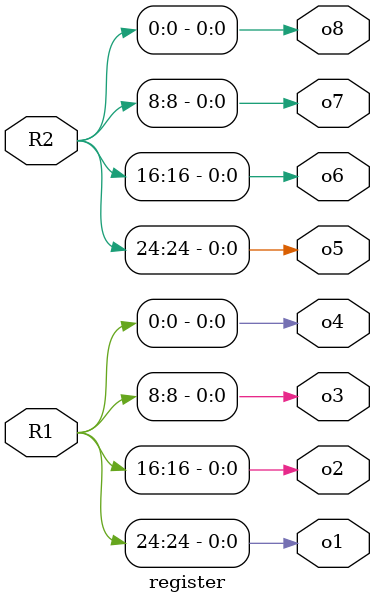
<source format=v>
`timescale 1ns / 1ps
module register(input [31:0] R1,R2,output o1,o2,o3,o4,o5,o6,o7,o8
    );
	reg o1,o2,o3,o4,o5,o6,o7,o8;
always @(*)
begin
    o1<=R1[31:24];
	 o2<=R1[23:16];
	 o3<=R1[15:8];
	 o4<=R1[7:0];
	 o5<=R2[31:24];
	 o6<=R2[23:16];
	 o7=R2[15:8];
	 o8<=R2[7:0];
end
endmodule

</source>
